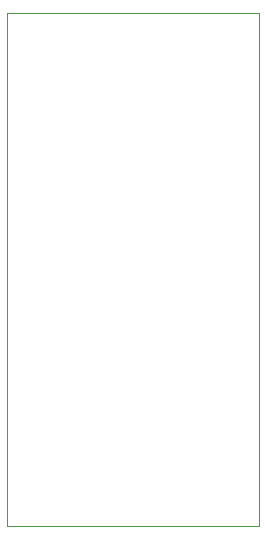
<source format=gm1>
%TF.GenerationSoftware,KiCad,Pcbnew,(5.1.7)-1*%
%TF.CreationDate,2020-10-20T01:21:36+09:00*%
%TF.ProjectId,UARTtoBluetoothSerial,55415254-746f-4426-9c75-65746f6f7468,rev?*%
%TF.SameCoordinates,Original*%
%TF.FileFunction,Profile,NP*%
%FSLAX46Y46*%
G04 Gerber Fmt 4.6, Leading zero omitted, Abs format (unit mm)*
G04 Created by KiCad (PCBNEW (5.1.7)-1) date 2020-10-20 01:21:36*
%MOMM*%
%LPD*%
G01*
G04 APERTURE LIST*
%TA.AperFunction,Profile*%
%ADD10C,0.050000*%
%TD*%
G04 APERTURE END LIST*
D10*
X126238000Y-58928000D02*
X125476000Y-58928000D01*
X126238000Y-102362000D02*
X126238000Y-58928000D01*
X104902000Y-58928000D02*
X125476000Y-58928000D01*
X104902000Y-102362000D02*
X104902000Y-58928000D01*
X126238000Y-102362000D02*
X104902000Y-102362000D01*
M02*

</source>
